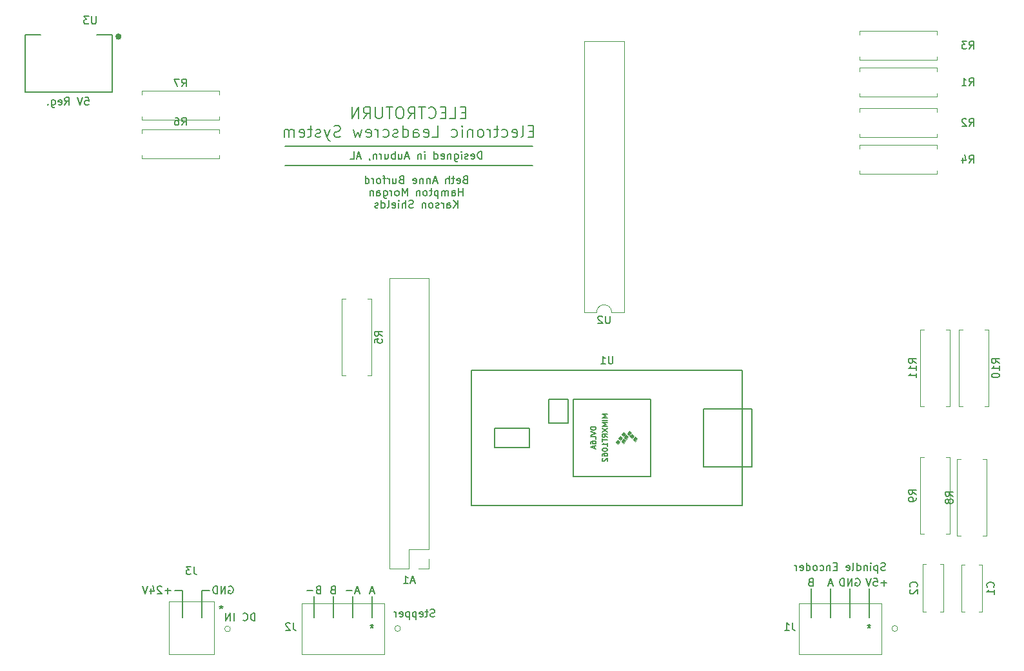
<source format=gbo>
%TF.GenerationSoftware,KiCad,Pcbnew,6.0.4-6f826c9f35~116~ubuntu20.04.1*%
%TF.CreationDate,2022-04-05T18:25:49-05:00*%
%TF.ProjectId,Electroturn,456c6563-7472-46f7-9475-726e2e6b6963,rev?*%
%TF.SameCoordinates,Original*%
%TF.FileFunction,Legend,Bot*%
%TF.FilePolarity,Positive*%
%FSLAX46Y46*%
G04 Gerber Fmt 4.6, Leading zero omitted, Abs format (unit mm)*
G04 Created by KiCad (PCBNEW 6.0.4-6f826c9f35~116~ubuntu20.04.1) date 2022-04-05 18:25:49*
%MOMM*%
%LPD*%
G01*
G04 APERTURE LIST*
%ADD10C,0.150000*%
%ADD11C,0.120000*%
%ADD12C,0.127000*%
%ADD13C,0.400000*%
%ADD14C,0.100000*%
G04 APERTURE END LIST*
D10*
X136428952Y-53182571D02*
X136286095Y-53230190D01*
X136238476Y-53277809D01*
X136190857Y-53373047D01*
X136190857Y-53515904D01*
X136238476Y-53611142D01*
X136286095Y-53658761D01*
X136381333Y-53706380D01*
X136762285Y-53706380D01*
X136762285Y-52706380D01*
X136428952Y-52706380D01*
X136333714Y-52754000D01*
X136286095Y-52801619D01*
X136238476Y-52896857D01*
X136238476Y-52992095D01*
X136286095Y-53087333D01*
X136333714Y-53134952D01*
X136428952Y-53182571D01*
X136762285Y-53182571D01*
X135381333Y-53658761D02*
X135476571Y-53706380D01*
X135667047Y-53706380D01*
X135762285Y-53658761D01*
X135809904Y-53563523D01*
X135809904Y-53182571D01*
X135762285Y-53087333D01*
X135667047Y-53039714D01*
X135476571Y-53039714D01*
X135381333Y-53087333D01*
X135333714Y-53182571D01*
X135333714Y-53277809D01*
X135809904Y-53373047D01*
X135048000Y-53039714D02*
X134667047Y-53039714D01*
X134905142Y-52706380D02*
X134905142Y-53563523D01*
X134857523Y-53658761D01*
X134762285Y-53706380D01*
X134667047Y-53706380D01*
X134333714Y-53706380D02*
X134333714Y-52706380D01*
X133905142Y-53706380D02*
X133905142Y-53182571D01*
X133952761Y-53087333D01*
X134048000Y-53039714D01*
X134190857Y-53039714D01*
X134286095Y-53087333D01*
X134333714Y-53134952D01*
X132714666Y-53420666D02*
X132238476Y-53420666D01*
X132809904Y-53706380D02*
X132476571Y-52706380D01*
X132143238Y-53706380D01*
X131809904Y-53039714D02*
X131809904Y-53706380D01*
X131809904Y-53134952D02*
X131762285Y-53087333D01*
X131667047Y-53039714D01*
X131524190Y-53039714D01*
X131428952Y-53087333D01*
X131381333Y-53182571D01*
X131381333Y-53706380D01*
X130905142Y-53039714D02*
X130905142Y-53706380D01*
X130905142Y-53134952D02*
X130857523Y-53087333D01*
X130762285Y-53039714D01*
X130619428Y-53039714D01*
X130524190Y-53087333D01*
X130476571Y-53182571D01*
X130476571Y-53706380D01*
X129619428Y-53658761D02*
X129714666Y-53706380D01*
X129905142Y-53706380D01*
X130000380Y-53658761D01*
X130048000Y-53563523D01*
X130048000Y-53182571D01*
X130000380Y-53087333D01*
X129905142Y-53039714D01*
X129714666Y-53039714D01*
X129619428Y-53087333D01*
X129571809Y-53182571D01*
X129571809Y-53277809D01*
X130048000Y-53373047D01*
X128048000Y-53182571D02*
X127905142Y-53230190D01*
X127857523Y-53277809D01*
X127809904Y-53373047D01*
X127809904Y-53515904D01*
X127857523Y-53611142D01*
X127905142Y-53658761D01*
X128000380Y-53706380D01*
X128381333Y-53706380D01*
X128381333Y-52706380D01*
X128048000Y-52706380D01*
X127952761Y-52754000D01*
X127905142Y-52801619D01*
X127857523Y-52896857D01*
X127857523Y-52992095D01*
X127905142Y-53087333D01*
X127952761Y-53134952D01*
X128048000Y-53182571D01*
X128381333Y-53182571D01*
X126952761Y-53039714D02*
X126952761Y-53706380D01*
X127381333Y-53039714D02*
X127381333Y-53563523D01*
X127333714Y-53658761D01*
X127238476Y-53706380D01*
X127095619Y-53706380D01*
X127000380Y-53658761D01*
X126952761Y-53611142D01*
X126476571Y-53706380D02*
X126476571Y-53039714D01*
X126476571Y-53230190D02*
X126428952Y-53134952D01*
X126381333Y-53087333D01*
X126286095Y-53039714D01*
X126190857Y-53039714D01*
X126000380Y-53039714D02*
X125619428Y-53039714D01*
X125857523Y-53706380D02*
X125857523Y-52849238D01*
X125809904Y-52754000D01*
X125714666Y-52706380D01*
X125619428Y-52706380D01*
X125143238Y-53706380D02*
X125238476Y-53658761D01*
X125286095Y-53611142D01*
X125333714Y-53515904D01*
X125333714Y-53230190D01*
X125286095Y-53134952D01*
X125238476Y-53087333D01*
X125143238Y-53039714D01*
X125000380Y-53039714D01*
X124905142Y-53087333D01*
X124857523Y-53134952D01*
X124809904Y-53230190D01*
X124809904Y-53515904D01*
X124857523Y-53611142D01*
X124905142Y-53658761D01*
X125000380Y-53706380D01*
X125143238Y-53706380D01*
X124381333Y-53706380D02*
X124381333Y-53039714D01*
X124381333Y-53230190D02*
X124333714Y-53134952D01*
X124286095Y-53087333D01*
X124190857Y-53039714D01*
X124095619Y-53039714D01*
X123333714Y-53706380D02*
X123333714Y-52706380D01*
X123333714Y-53658761D02*
X123428952Y-53706380D01*
X123619428Y-53706380D01*
X123714666Y-53658761D01*
X123762285Y-53611142D01*
X123809904Y-53515904D01*
X123809904Y-53230190D01*
X123762285Y-53134952D01*
X123714666Y-53087333D01*
X123619428Y-53039714D01*
X123428952Y-53039714D01*
X123333714Y-53087333D01*
X136167047Y-55316380D02*
X136167047Y-54316380D01*
X136167047Y-54792571D02*
X135595619Y-54792571D01*
X135595619Y-55316380D02*
X135595619Y-54316380D01*
X134690857Y-55316380D02*
X134690857Y-54792571D01*
X134738476Y-54697333D01*
X134833714Y-54649714D01*
X135024190Y-54649714D01*
X135119428Y-54697333D01*
X134690857Y-55268761D02*
X134786095Y-55316380D01*
X135024190Y-55316380D01*
X135119428Y-55268761D01*
X135167047Y-55173523D01*
X135167047Y-55078285D01*
X135119428Y-54983047D01*
X135024190Y-54935428D01*
X134786095Y-54935428D01*
X134690857Y-54887809D01*
X134214666Y-55316380D02*
X134214666Y-54649714D01*
X134214666Y-54744952D02*
X134167047Y-54697333D01*
X134071809Y-54649714D01*
X133928952Y-54649714D01*
X133833714Y-54697333D01*
X133786095Y-54792571D01*
X133786095Y-55316380D01*
X133786095Y-54792571D02*
X133738476Y-54697333D01*
X133643238Y-54649714D01*
X133500380Y-54649714D01*
X133405142Y-54697333D01*
X133357523Y-54792571D01*
X133357523Y-55316380D01*
X132881333Y-54649714D02*
X132881333Y-55649714D01*
X132881333Y-54697333D02*
X132786095Y-54649714D01*
X132595619Y-54649714D01*
X132500380Y-54697333D01*
X132452761Y-54744952D01*
X132405142Y-54840190D01*
X132405142Y-55125904D01*
X132452761Y-55221142D01*
X132500380Y-55268761D01*
X132595619Y-55316380D01*
X132786095Y-55316380D01*
X132881333Y-55268761D01*
X132119428Y-54649714D02*
X131738476Y-54649714D01*
X131976571Y-54316380D02*
X131976571Y-55173523D01*
X131928952Y-55268761D01*
X131833714Y-55316380D01*
X131738476Y-55316380D01*
X131262285Y-55316380D02*
X131357523Y-55268761D01*
X131405142Y-55221142D01*
X131452761Y-55125904D01*
X131452761Y-54840190D01*
X131405142Y-54744952D01*
X131357523Y-54697333D01*
X131262285Y-54649714D01*
X131119428Y-54649714D01*
X131024190Y-54697333D01*
X130976571Y-54744952D01*
X130928952Y-54840190D01*
X130928952Y-55125904D01*
X130976571Y-55221142D01*
X131024190Y-55268761D01*
X131119428Y-55316380D01*
X131262285Y-55316380D01*
X130500380Y-54649714D02*
X130500380Y-55316380D01*
X130500380Y-54744952D02*
X130452761Y-54697333D01*
X130357523Y-54649714D01*
X130214666Y-54649714D01*
X130119428Y-54697333D01*
X130071809Y-54792571D01*
X130071809Y-55316380D01*
X128833714Y-55316380D02*
X128833714Y-54316380D01*
X128500380Y-55030666D01*
X128167047Y-54316380D01*
X128167047Y-55316380D01*
X127548000Y-55316380D02*
X127643238Y-55268761D01*
X127690857Y-55221142D01*
X127738476Y-55125904D01*
X127738476Y-54840190D01*
X127690857Y-54744952D01*
X127643238Y-54697333D01*
X127548000Y-54649714D01*
X127405142Y-54649714D01*
X127309904Y-54697333D01*
X127262285Y-54744952D01*
X127214666Y-54840190D01*
X127214666Y-55125904D01*
X127262285Y-55221142D01*
X127309904Y-55268761D01*
X127405142Y-55316380D01*
X127548000Y-55316380D01*
X126786095Y-55316380D02*
X126786095Y-54649714D01*
X126786095Y-54840190D02*
X126738476Y-54744952D01*
X126690857Y-54697333D01*
X126595619Y-54649714D01*
X126500380Y-54649714D01*
X125738476Y-54649714D02*
X125738476Y-55459238D01*
X125786095Y-55554476D01*
X125833714Y-55602095D01*
X125928952Y-55649714D01*
X126071809Y-55649714D01*
X126167047Y-55602095D01*
X125738476Y-55268761D02*
X125833714Y-55316380D01*
X126024190Y-55316380D01*
X126119428Y-55268761D01*
X126167047Y-55221142D01*
X126214666Y-55125904D01*
X126214666Y-54840190D01*
X126167047Y-54744952D01*
X126119428Y-54697333D01*
X126024190Y-54649714D01*
X125833714Y-54649714D01*
X125738476Y-54697333D01*
X124833714Y-55316380D02*
X124833714Y-54792571D01*
X124881333Y-54697333D01*
X124976571Y-54649714D01*
X125167047Y-54649714D01*
X125262285Y-54697333D01*
X124833714Y-55268761D02*
X124928952Y-55316380D01*
X125167047Y-55316380D01*
X125262285Y-55268761D01*
X125309904Y-55173523D01*
X125309904Y-55078285D01*
X125262285Y-54983047D01*
X125167047Y-54935428D01*
X124928952Y-54935428D01*
X124833714Y-54887809D01*
X124357523Y-54649714D02*
X124357523Y-55316380D01*
X124357523Y-54744952D02*
X124309904Y-54697333D01*
X124214666Y-54649714D01*
X124071809Y-54649714D01*
X123976571Y-54697333D01*
X123928952Y-54792571D01*
X123928952Y-55316380D01*
X135476571Y-56926380D02*
X135476571Y-55926380D01*
X134905142Y-56926380D02*
X135333714Y-56354952D01*
X134905142Y-55926380D02*
X135476571Y-56497809D01*
X134048000Y-56926380D02*
X134048000Y-56402571D01*
X134095619Y-56307333D01*
X134190857Y-56259714D01*
X134381333Y-56259714D01*
X134476571Y-56307333D01*
X134048000Y-56878761D02*
X134143238Y-56926380D01*
X134381333Y-56926380D01*
X134476571Y-56878761D01*
X134524190Y-56783523D01*
X134524190Y-56688285D01*
X134476571Y-56593047D01*
X134381333Y-56545428D01*
X134143238Y-56545428D01*
X134048000Y-56497809D01*
X133571809Y-56926380D02*
X133571809Y-56259714D01*
X133571809Y-56450190D02*
X133524190Y-56354952D01*
X133476571Y-56307333D01*
X133381333Y-56259714D01*
X133286095Y-56259714D01*
X133000380Y-56878761D02*
X132905142Y-56926380D01*
X132714666Y-56926380D01*
X132619428Y-56878761D01*
X132571809Y-56783523D01*
X132571809Y-56735904D01*
X132619428Y-56640666D01*
X132714666Y-56593047D01*
X132857523Y-56593047D01*
X132952761Y-56545428D01*
X133000380Y-56450190D01*
X133000380Y-56402571D01*
X132952761Y-56307333D01*
X132857523Y-56259714D01*
X132714666Y-56259714D01*
X132619428Y-56307333D01*
X132000380Y-56926380D02*
X132095619Y-56878761D01*
X132143238Y-56831142D01*
X132190857Y-56735904D01*
X132190857Y-56450190D01*
X132143238Y-56354952D01*
X132095619Y-56307333D01*
X132000380Y-56259714D01*
X131857523Y-56259714D01*
X131762285Y-56307333D01*
X131714666Y-56354952D01*
X131667047Y-56450190D01*
X131667047Y-56735904D01*
X131714666Y-56831142D01*
X131762285Y-56878761D01*
X131857523Y-56926380D01*
X132000380Y-56926380D01*
X131238476Y-56259714D02*
X131238476Y-56926380D01*
X131238476Y-56354952D02*
X131190857Y-56307333D01*
X131095619Y-56259714D01*
X130952761Y-56259714D01*
X130857523Y-56307333D01*
X130809904Y-56402571D01*
X130809904Y-56926380D01*
X129619428Y-56878761D02*
X129476571Y-56926380D01*
X129238476Y-56926380D01*
X129143238Y-56878761D01*
X129095619Y-56831142D01*
X129048000Y-56735904D01*
X129048000Y-56640666D01*
X129095619Y-56545428D01*
X129143238Y-56497809D01*
X129238476Y-56450190D01*
X129428952Y-56402571D01*
X129524190Y-56354952D01*
X129571809Y-56307333D01*
X129619428Y-56212095D01*
X129619428Y-56116857D01*
X129571809Y-56021619D01*
X129524190Y-55974000D01*
X129428952Y-55926380D01*
X129190857Y-55926380D01*
X129048000Y-55974000D01*
X128619428Y-56926380D02*
X128619428Y-55926380D01*
X128190857Y-56926380D02*
X128190857Y-56402571D01*
X128238476Y-56307333D01*
X128333714Y-56259714D01*
X128476571Y-56259714D01*
X128571809Y-56307333D01*
X128619428Y-56354952D01*
X127714666Y-56926380D02*
X127714666Y-56259714D01*
X127714666Y-55926380D02*
X127762285Y-55974000D01*
X127714666Y-56021619D01*
X127667047Y-55974000D01*
X127714666Y-55926380D01*
X127714666Y-56021619D01*
X126857523Y-56878761D02*
X126952761Y-56926380D01*
X127143238Y-56926380D01*
X127238476Y-56878761D01*
X127286095Y-56783523D01*
X127286095Y-56402571D01*
X127238476Y-56307333D01*
X127143238Y-56259714D01*
X126952761Y-56259714D01*
X126857523Y-56307333D01*
X126809904Y-56402571D01*
X126809904Y-56497809D01*
X127286095Y-56593047D01*
X126238476Y-56926380D02*
X126333714Y-56878761D01*
X126381333Y-56783523D01*
X126381333Y-55926380D01*
X125428952Y-56926380D02*
X125428952Y-55926380D01*
X125428952Y-56878761D02*
X125524190Y-56926380D01*
X125714666Y-56926380D01*
X125809904Y-56878761D01*
X125857523Y-56831142D01*
X125905142Y-56735904D01*
X125905142Y-56450190D01*
X125857523Y-56354952D01*
X125809904Y-56307333D01*
X125714666Y-56259714D01*
X125524190Y-56259714D01*
X125428952Y-56307333D01*
X125000380Y-56878761D02*
X124905142Y-56926380D01*
X124714666Y-56926380D01*
X124619428Y-56878761D01*
X124571809Y-56783523D01*
X124571809Y-56735904D01*
X124619428Y-56640666D01*
X124714666Y-56593047D01*
X124857523Y-56593047D01*
X124952761Y-56545428D01*
X125000380Y-56450190D01*
X125000380Y-56402571D01*
X124952761Y-56307333D01*
X124857523Y-56259714D01*
X124714666Y-56259714D01*
X124619428Y-56307333D01*
X145288000Y-51308000D02*
X112776000Y-51308000D01*
X138619428Y-50490380D02*
X138619428Y-49490380D01*
X138381333Y-49490380D01*
X138238476Y-49538000D01*
X138143238Y-49633238D01*
X138095619Y-49728476D01*
X138048000Y-49918952D01*
X138048000Y-50061809D01*
X138095619Y-50252285D01*
X138143238Y-50347523D01*
X138238476Y-50442761D01*
X138381333Y-50490380D01*
X138619428Y-50490380D01*
X137238476Y-50442761D02*
X137333714Y-50490380D01*
X137524190Y-50490380D01*
X137619428Y-50442761D01*
X137667047Y-50347523D01*
X137667047Y-49966571D01*
X137619428Y-49871333D01*
X137524190Y-49823714D01*
X137333714Y-49823714D01*
X137238476Y-49871333D01*
X137190857Y-49966571D01*
X137190857Y-50061809D01*
X137667047Y-50157047D01*
X136809904Y-50442761D02*
X136714666Y-50490380D01*
X136524190Y-50490380D01*
X136428952Y-50442761D01*
X136381333Y-50347523D01*
X136381333Y-50299904D01*
X136428952Y-50204666D01*
X136524190Y-50157047D01*
X136667047Y-50157047D01*
X136762285Y-50109428D01*
X136809904Y-50014190D01*
X136809904Y-49966571D01*
X136762285Y-49871333D01*
X136667047Y-49823714D01*
X136524190Y-49823714D01*
X136428952Y-49871333D01*
X135952761Y-50490380D02*
X135952761Y-49823714D01*
X135952761Y-49490380D02*
X136000380Y-49538000D01*
X135952761Y-49585619D01*
X135905142Y-49538000D01*
X135952761Y-49490380D01*
X135952761Y-49585619D01*
X135048000Y-49823714D02*
X135048000Y-50633238D01*
X135095619Y-50728476D01*
X135143238Y-50776095D01*
X135238476Y-50823714D01*
X135381333Y-50823714D01*
X135476571Y-50776095D01*
X135048000Y-50442761D02*
X135143238Y-50490380D01*
X135333714Y-50490380D01*
X135428952Y-50442761D01*
X135476571Y-50395142D01*
X135524190Y-50299904D01*
X135524190Y-50014190D01*
X135476571Y-49918952D01*
X135428952Y-49871333D01*
X135333714Y-49823714D01*
X135143238Y-49823714D01*
X135048000Y-49871333D01*
X134571809Y-49823714D02*
X134571809Y-50490380D01*
X134571809Y-49918952D02*
X134524190Y-49871333D01*
X134428952Y-49823714D01*
X134286095Y-49823714D01*
X134190857Y-49871333D01*
X134143238Y-49966571D01*
X134143238Y-50490380D01*
X133286095Y-50442761D02*
X133381333Y-50490380D01*
X133571809Y-50490380D01*
X133667047Y-50442761D01*
X133714666Y-50347523D01*
X133714666Y-49966571D01*
X133667047Y-49871333D01*
X133571809Y-49823714D01*
X133381333Y-49823714D01*
X133286095Y-49871333D01*
X133238476Y-49966571D01*
X133238476Y-50061809D01*
X133714666Y-50157047D01*
X132381333Y-50490380D02*
X132381333Y-49490380D01*
X132381333Y-50442761D02*
X132476571Y-50490380D01*
X132667047Y-50490380D01*
X132762285Y-50442761D01*
X132809904Y-50395142D01*
X132857523Y-50299904D01*
X132857523Y-50014190D01*
X132809904Y-49918952D01*
X132762285Y-49871333D01*
X132667047Y-49823714D01*
X132476571Y-49823714D01*
X132381333Y-49871333D01*
X131143238Y-50490380D02*
X131143238Y-49823714D01*
X131143238Y-49490380D02*
X131190857Y-49538000D01*
X131143238Y-49585619D01*
X131095619Y-49538000D01*
X131143238Y-49490380D01*
X131143238Y-49585619D01*
X130667047Y-49823714D02*
X130667047Y-50490380D01*
X130667047Y-49918952D02*
X130619428Y-49871333D01*
X130524190Y-49823714D01*
X130381333Y-49823714D01*
X130286095Y-49871333D01*
X130238476Y-49966571D01*
X130238476Y-50490380D01*
X129048000Y-50204666D02*
X128571809Y-50204666D01*
X129143238Y-50490380D02*
X128809904Y-49490380D01*
X128476571Y-50490380D01*
X127714666Y-49823714D02*
X127714666Y-50490380D01*
X128143238Y-49823714D02*
X128143238Y-50347523D01*
X128095619Y-50442761D01*
X128000380Y-50490380D01*
X127857523Y-50490380D01*
X127762285Y-50442761D01*
X127714666Y-50395142D01*
X127238476Y-50490380D02*
X127238476Y-49490380D01*
X127238476Y-49871333D02*
X127143238Y-49823714D01*
X126952761Y-49823714D01*
X126857523Y-49871333D01*
X126809904Y-49918952D01*
X126762285Y-50014190D01*
X126762285Y-50299904D01*
X126809904Y-50395142D01*
X126857523Y-50442761D01*
X126952761Y-50490380D01*
X127143238Y-50490380D01*
X127238476Y-50442761D01*
X125905142Y-49823714D02*
X125905142Y-50490380D01*
X126333714Y-49823714D02*
X126333714Y-50347523D01*
X126286095Y-50442761D01*
X126190857Y-50490380D01*
X126048000Y-50490380D01*
X125952761Y-50442761D01*
X125905142Y-50395142D01*
X125428952Y-50490380D02*
X125428952Y-49823714D01*
X125428952Y-50014190D02*
X125381333Y-49918952D01*
X125333714Y-49871333D01*
X125238476Y-49823714D01*
X125143238Y-49823714D01*
X124809904Y-49823714D02*
X124809904Y-50490380D01*
X124809904Y-49918952D02*
X124762285Y-49871333D01*
X124667047Y-49823714D01*
X124524190Y-49823714D01*
X124428952Y-49871333D01*
X124381333Y-49966571D01*
X124381333Y-50490380D01*
X123857523Y-50442761D02*
X123857523Y-50490380D01*
X123905142Y-50585619D01*
X123952761Y-50633238D01*
X122714666Y-50204666D02*
X122238476Y-50204666D01*
X122809904Y-50490380D02*
X122476571Y-49490380D01*
X122143238Y-50490380D01*
X121333714Y-50490380D02*
X121809904Y-50490380D01*
X121809904Y-49490380D01*
X145288000Y-48768000D02*
X112776000Y-48768000D01*
X136506857Y-44384322D02*
X135998857Y-44384322D01*
X135781142Y-45182608D02*
X136506857Y-45182608D01*
X136506857Y-43658608D01*
X135781142Y-43658608D01*
X134402285Y-45182608D02*
X135128000Y-45182608D01*
X135128000Y-43658608D01*
X133894285Y-44384322D02*
X133386285Y-44384322D01*
X133168571Y-45182608D02*
X133894285Y-45182608D01*
X133894285Y-43658608D01*
X133168571Y-43658608D01*
X131644571Y-45037465D02*
X131717142Y-45110037D01*
X131934857Y-45182608D01*
X132080000Y-45182608D01*
X132297714Y-45110037D01*
X132442857Y-44964894D01*
X132515428Y-44819751D01*
X132588000Y-44529465D01*
X132588000Y-44311751D01*
X132515428Y-44021465D01*
X132442857Y-43876322D01*
X132297714Y-43731180D01*
X132080000Y-43658608D01*
X131934857Y-43658608D01*
X131717142Y-43731180D01*
X131644571Y-43803751D01*
X131209142Y-43658608D02*
X130338285Y-43658608D01*
X130773714Y-45182608D02*
X130773714Y-43658608D01*
X128959428Y-45182608D02*
X129467428Y-44456894D01*
X129830285Y-45182608D02*
X129830285Y-43658608D01*
X129249714Y-43658608D01*
X129104571Y-43731180D01*
X129032000Y-43803751D01*
X128959428Y-43948894D01*
X128959428Y-44166608D01*
X129032000Y-44311751D01*
X129104571Y-44384322D01*
X129249714Y-44456894D01*
X129830285Y-44456894D01*
X128016000Y-43658608D02*
X127725714Y-43658608D01*
X127580571Y-43731180D01*
X127435428Y-43876322D01*
X127362857Y-44166608D01*
X127362857Y-44674608D01*
X127435428Y-44964894D01*
X127580571Y-45110037D01*
X127725714Y-45182608D01*
X128016000Y-45182608D01*
X128161142Y-45110037D01*
X128306285Y-44964894D01*
X128378857Y-44674608D01*
X128378857Y-44166608D01*
X128306285Y-43876322D01*
X128161142Y-43731180D01*
X128016000Y-43658608D01*
X126927428Y-43658608D02*
X126056571Y-43658608D01*
X126492000Y-45182608D02*
X126492000Y-43658608D01*
X125548571Y-43658608D02*
X125548571Y-44892322D01*
X125476000Y-45037465D01*
X125403428Y-45110037D01*
X125258285Y-45182608D01*
X124968000Y-45182608D01*
X124822857Y-45110037D01*
X124750285Y-45037465D01*
X124677714Y-44892322D01*
X124677714Y-43658608D01*
X123081142Y-45182608D02*
X123589142Y-44456894D01*
X123952000Y-45182608D02*
X123952000Y-43658608D01*
X123371428Y-43658608D01*
X123226285Y-43731180D01*
X123153714Y-43803751D01*
X123081142Y-43948894D01*
X123081142Y-44166608D01*
X123153714Y-44311751D01*
X123226285Y-44384322D01*
X123371428Y-44456894D01*
X123952000Y-44456894D01*
X122428000Y-45182608D02*
X122428000Y-43658608D01*
X121557142Y-45182608D01*
X121557142Y-43658608D01*
X145396857Y-46837962D02*
X144888857Y-46837962D01*
X144671142Y-47636248D02*
X145396857Y-47636248D01*
X145396857Y-46112248D01*
X144671142Y-46112248D01*
X143800285Y-47636248D02*
X143945428Y-47563677D01*
X144018000Y-47418534D01*
X144018000Y-46112248D01*
X142639142Y-47563677D02*
X142784285Y-47636248D01*
X143074571Y-47636248D01*
X143219714Y-47563677D01*
X143292285Y-47418534D01*
X143292285Y-46837962D01*
X143219714Y-46692820D01*
X143074571Y-46620248D01*
X142784285Y-46620248D01*
X142639142Y-46692820D01*
X142566571Y-46837962D01*
X142566571Y-46983105D01*
X143292285Y-47128248D01*
X141260285Y-47563677D02*
X141405428Y-47636248D01*
X141695714Y-47636248D01*
X141840857Y-47563677D01*
X141913428Y-47491105D01*
X141986000Y-47345962D01*
X141986000Y-46910534D01*
X141913428Y-46765391D01*
X141840857Y-46692820D01*
X141695714Y-46620248D01*
X141405428Y-46620248D01*
X141260285Y-46692820D01*
X140824857Y-46620248D02*
X140244285Y-46620248D01*
X140607142Y-46112248D02*
X140607142Y-47418534D01*
X140534571Y-47563677D01*
X140389428Y-47636248D01*
X140244285Y-47636248D01*
X139736285Y-47636248D02*
X139736285Y-46620248D01*
X139736285Y-46910534D02*
X139663714Y-46765391D01*
X139591142Y-46692820D01*
X139446000Y-46620248D01*
X139300857Y-46620248D01*
X138575142Y-47636248D02*
X138720285Y-47563677D01*
X138792857Y-47491105D01*
X138865428Y-47345962D01*
X138865428Y-46910534D01*
X138792857Y-46765391D01*
X138720285Y-46692820D01*
X138575142Y-46620248D01*
X138357428Y-46620248D01*
X138212285Y-46692820D01*
X138139714Y-46765391D01*
X138067142Y-46910534D01*
X138067142Y-47345962D01*
X138139714Y-47491105D01*
X138212285Y-47563677D01*
X138357428Y-47636248D01*
X138575142Y-47636248D01*
X137414000Y-46620248D02*
X137414000Y-47636248D01*
X137414000Y-46765391D02*
X137341428Y-46692820D01*
X137196285Y-46620248D01*
X136978571Y-46620248D01*
X136833428Y-46692820D01*
X136760857Y-46837962D01*
X136760857Y-47636248D01*
X136035142Y-47636248D02*
X136035142Y-46620248D01*
X136035142Y-46112248D02*
X136107714Y-46184820D01*
X136035142Y-46257391D01*
X135962571Y-46184820D01*
X136035142Y-46112248D01*
X136035142Y-46257391D01*
X134656285Y-47563677D02*
X134801428Y-47636248D01*
X135091714Y-47636248D01*
X135236857Y-47563677D01*
X135309428Y-47491105D01*
X135382000Y-47345962D01*
X135382000Y-46910534D01*
X135309428Y-46765391D01*
X135236857Y-46692820D01*
X135091714Y-46620248D01*
X134801428Y-46620248D01*
X134656285Y-46692820D01*
X132116285Y-47636248D02*
X132842000Y-47636248D01*
X132842000Y-46112248D01*
X131027714Y-47563677D02*
X131172857Y-47636248D01*
X131463142Y-47636248D01*
X131608285Y-47563677D01*
X131680857Y-47418534D01*
X131680857Y-46837962D01*
X131608285Y-46692820D01*
X131463142Y-46620248D01*
X131172857Y-46620248D01*
X131027714Y-46692820D01*
X130955142Y-46837962D01*
X130955142Y-46983105D01*
X131680857Y-47128248D01*
X129648857Y-47636248D02*
X129648857Y-46837962D01*
X129721428Y-46692820D01*
X129866571Y-46620248D01*
X130156857Y-46620248D01*
X130302000Y-46692820D01*
X129648857Y-47563677D02*
X129794000Y-47636248D01*
X130156857Y-47636248D01*
X130302000Y-47563677D01*
X130374571Y-47418534D01*
X130374571Y-47273391D01*
X130302000Y-47128248D01*
X130156857Y-47055677D01*
X129794000Y-47055677D01*
X129648857Y-46983105D01*
X128270000Y-47636248D02*
X128270000Y-46112248D01*
X128270000Y-47563677D02*
X128415142Y-47636248D01*
X128705428Y-47636248D01*
X128850571Y-47563677D01*
X128923142Y-47491105D01*
X128995714Y-47345962D01*
X128995714Y-46910534D01*
X128923142Y-46765391D01*
X128850571Y-46692820D01*
X128705428Y-46620248D01*
X128415142Y-46620248D01*
X128270000Y-46692820D01*
X127616857Y-47563677D02*
X127471714Y-47636248D01*
X127181428Y-47636248D01*
X127036285Y-47563677D01*
X126963714Y-47418534D01*
X126963714Y-47345962D01*
X127036285Y-47200820D01*
X127181428Y-47128248D01*
X127399142Y-47128248D01*
X127544285Y-47055677D01*
X127616857Y-46910534D01*
X127616857Y-46837962D01*
X127544285Y-46692820D01*
X127399142Y-46620248D01*
X127181428Y-46620248D01*
X127036285Y-46692820D01*
X125657428Y-47563677D02*
X125802571Y-47636248D01*
X126092857Y-47636248D01*
X126238000Y-47563677D01*
X126310571Y-47491105D01*
X126383142Y-47345962D01*
X126383142Y-46910534D01*
X126310571Y-46765391D01*
X126238000Y-46692820D01*
X126092857Y-46620248D01*
X125802571Y-46620248D01*
X125657428Y-46692820D01*
X125004285Y-47636248D02*
X125004285Y-46620248D01*
X125004285Y-46910534D02*
X124931714Y-46765391D01*
X124859142Y-46692820D01*
X124714000Y-46620248D01*
X124568857Y-46620248D01*
X123480285Y-47563677D02*
X123625428Y-47636248D01*
X123915714Y-47636248D01*
X124060857Y-47563677D01*
X124133428Y-47418534D01*
X124133428Y-46837962D01*
X124060857Y-46692820D01*
X123915714Y-46620248D01*
X123625428Y-46620248D01*
X123480285Y-46692820D01*
X123407714Y-46837962D01*
X123407714Y-46983105D01*
X124133428Y-47128248D01*
X122899714Y-46620248D02*
X122609428Y-47636248D01*
X122319142Y-46910534D01*
X122028857Y-47636248D01*
X121738571Y-46620248D01*
X120069428Y-47563677D02*
X119851714Y-47636248D01*
X119488857Y-47636248D01*
X119343714Y-47563677D01*
X119271142Y-47491105D01*
X119198571Y-47345962D01*
X119198571Y-47200820D01*
X119271142Y-47055677D01*
X119343714Y-46983105D01*
X119488857Y-46910534D01*
X119779142Y-46837962D01*
X119924285Y-46765391D01*
X119996857Y-46692820D01*
X120069428Y-46547677D01*
X120069428Y-46402534D01*
X119996857Y-46257391D01*
X119924285Y-46184820D01*
X119779142Y-46112248D01*
X119416285Y-46112248D01*
X119198571Y-46184820D01*
X118690571Y-46620248D02*
X118327714Y-47636248D01*
X117964857Y-46620248D02*
X118327714Y-47636248D01*
X118472857Y-47999105D01*
X118545428Y-48071677D01*
X118690571Y-48144248D01*
X117456857Y-47563677D02*
X117311714Y-47636248D01*
X117021428Y-47636248D01*
X116876285Y-47563677D01*
X116803714Y-47418534D01*
X116803714Y-47345962D01*
X116876285Y-47200820D01*
X117021428Y-47128248D01*
X117239142Y-47128248D01*
X117384285Y-47055677D01*
X117456857Y-46910534D01*
X117456857Y-46837962D01*
X117384285Y-46692820D01*
X117239142Y-46620248D01*
X117021428Y-46620248D01*
X116876285Y-46692820D01*
X116368285Y-46620248D02*
X115787714Y-46620248D01*
X116150571Y-46112248D02*
X116150571Y-47418534D01*
X116078000Y-47563677D01*
X115932857Y-47636248D01*
X115787714Y-47636248D01*
X114699142Y-47563677D02*
X114844285Y-47636248D01*
X115134571Y-47636248D01*
X115279714Y-47563677D01*
X115352285Y-47418534D01*
X115352285Y-46837962D01*
X115279714Y-46692820D01*
X115134571Y-46620248D01*
X114844285Y-46620248D01*
X114699142Y-46692820D01*
X114626571Y-46837962D01*
X114626571Y-46983105D01*
X115352285Y-47128248D01*
X113973428Y-47636248D02*
X113973428Y-46620248D01*
X113973428Y-46765391D02*
X113900857Y-46692820D01*
X113755714Y-46620248D01*
X113538000Y-46620248D01*
X113392857Y-46692820D01*
X113320285Y-46837962D01*
X113320285Y-47636248D01*
X113320285Y-46837962D02*
X113247714Y-46692820D01*
X113102571Y-46620248D01*
X112884857Y-46620248D01*
X112739714Y-46692820D01*
X112667142Y-46837962D01*
X112667142Y-47636248D01*
X86518476Y-42378380D02*
X86994666Y-42378380D01*
X87042285Y-42854571D01*
X86994666Y-42806952D01*
X86899428Y-42759333D01*
X86661333Y-42759333D01*
X86566095Y-42806952D01*
X86518476Y-42854571D01*
X86470857Y-42949809D01*
X86470857Y-43187904D01*
X86518476Y-43283142D01*
X86566095Y-43330761D01*
X86661333Y-43378380D01*
X86899428Y-43378380D01*
X86994666Y-43330761D01*
X87042285Y-43283142D01*
X86185142Y-42378380D02*
X85851809Y-43378380D01*
X85518476Y-42378380D01*
X83851809Y-43378380D02*
X84185142Y-42902190D01*
X84423238Y-43378380D02*
X84423238Y-42378380D01*
X84042285Y-42378380D01*
X83947047Y-42426000D01*
X83899428Y-42473619D01*
X83851809Y-42568857D01*
X83851809Y-42711714D01*
X83899428Y-42806952D01*
X83947047Y-42854571D01*
X84042285Y-42902190D01*
X84423238Y-42902190D01*
X83042285Y-43330761D02*
X83137523Y-43378380D01*
X83328000Y-43378380D01*
X83423238Y-43330761D01*
X83470857Y-43235523D01*
X83470857Y-42854571D01*
X83423238Y-42759333D01*
X83328000Y-42711714D01*
X83137523Y-42711714D01*
X83042285Y-42759333D01*
X82994666Y-42854571D01*
X82994666Y-42949809D01*
X83470857Y-43045047D01*
X82137523Y-42711714D02*
X82137523Y-43521238D01*
X82185142Y-43616476D01*
X82232761Y-43664095D01*
X82328000Y-43711714D01*
X82470857Y-43711714D01*
X82566095Y-43664095D01*
X82137523Y-43330761D02*
X82232761Y-43378380D01*
X82423238Y-43378380D01*
X82518476Y-43330761D01*
X82566095Y-43283142D01*
X82613714Y-43187904D01*
X82613714Y-42902190D01*
X82566095Y-42806952D01*
X82518476Y-42759333D01*
X82423238Y-42711714D01*
X82232761Y-42711714D01*
X82137523Y-42759333D01*
X81661333Y-43283142D02*
X81613714Y-43330761D01*
X81661333Y-43378380D01*
X81708952Y-43330761D01*
X81661333Y-43283142D01*
X81661333Y-43378380D01*
X101854000Y-107188000D02*
X102870000Y-107188000D01*
X101854000Y-110744000D02*
X101854000Y-107188000D01*
X99314000Y-107188000D02*
X98298000Y-107188000D01*
X99314000Y-110744000D02*
X99314000Y-107188000D01*
X97773904Y-107259428D02*
X97012000Y-107259428D01*
X97392952Y-107640380D02*
X97392952Y-106878476D01*
X96583428Y-106735619D02*
X96535809Y-106688000D01*
X96440571Y-106640380D01*
X96202476Y-106640380D01*
X96107238Y-106688000D01*
X96059619Y-106735619D01*
X96012000Y-106830857D01*
X96012000Y-106926095D01*
X96059619Y-107068952D01*
X96631047Y-107640380D01*
X96012000Y-107640380D01*
X95154857Y-106973714D02*
X95154857Y-107640380D01*
X95392952Y-106592761D02*
X95631047Y-107307047D01*
X95012000Y-107307047D01*
X94773904Y-106640380D02*
X94440571Y-107640380D01*
X94107238Y-106640380D01*
X105409904Y-106688000D02*
X105505142Y-106640380D01*
X105648000Y-106640380D01*
X105790857Y-106688000D01*
X105886095Y-106783238D01*
X105933714Y-106878476D01*
X105981333Y-107068952D01*
X105981333Y-107211809D01*
X105933714Y-107402285D01*
X105886095Y-107497523D01*
X105790857Y-107592761D01*
X105648000Y-107640380D01*
X105552761Y-107640380D01*
X105409904Y-107592761D01*
X105362285Y-107545142D01*
X105362285Y-107211809D01*
X105552761Y-107211809D01*
X104933714Y-107640380D02*
X104933714Y-106640380D01*
X104362285Y-107640380D01*
X104362285Y-106640380D01*
X103886095Y-107640380D02*
X103886095Y-106640380D01*
X103648000Y-106640380D01*
X103505142Y-106688000D01*
X103409904Y-106783238D01*
X103362285Y-106878476D01*
X103314666Y-107068952D01*
X103314666Y-107211809D01*
X103362285Y-107402285D01*
X103409904Y-107497523D01*
X103505142Y-107592761D01*
X103648000Y-107640380D01*
X103886095Y-107640380D01*
X108838761Y-111196380D02*
X108838761Y-110196380D01*
X108600666Y-110196380D01*
X108457809Y-110244000D01*
X108362571Y-110339238D01*
X108314952Y-110434476D01*
X108267333Y-110624952D01*
X108267333Y-110767809D01*
X108314952Y-110958285D01*
X108362571Y-111053523D01*
X108457809Y-111148761D01*
X108600666Y-111196380D01*
X108838761Y-111196380D01*
X107267333Y-111101142D02*
X107314952Y-111148761D01*
X107457809Y-111196380D01*
X107553047Y-111196380D01*
X107695904Y-111148761D01*
X107791142Y-111053523D01*
X107838761Y-110958285D01*
X107886380Y-110767809D01*
X107886380Y-110624952D01*
X107838761Y-110434476D01*
X107791142Y-110339238D01*
X107695904Y-110244000D01*
X107553047Y-110196380D01*
X107457809Y-110196380D01*
X107314952Y-110244000D01*
X107267333Y-110291619D01*
X106076857Y-111196380D02*
X106076857Y-110196380D01*
X105600666Y-111196380D02*
X105600666Y-110196380D01*
X105029238Y-111196380D01*
X105029238Y-110196380D01*
X124206000Y-110744000D02*
X124206000Y-107950000D01*
X121666000Y-110744000D02*
X121666000Y-107950000D01*
X119126000Y-110744000D02*
X119126000Y-107950000D01*
X116586000Y-110744000D02*
X116586000Y-107950000D01*
X117133619Y-107116571D02*
X116990761Y-107164190D01*
X116943142Y-107211809D01*
X116895523Y-107307047D01*
X116895523Y-107449904D01*
X116943142Y-107545142D01*
X116990761Y-107592761D01*
X117086000Y-107640380D01*
X117466952Y-107640380D01*
X117466952Y-106640380D01*
X117133619Y-106640380D01*
X117038380Y-106688000D01*
X116990761Y-106735619D01*
X116943142Y-106830857D01*
X116943142Y-106926095D01*
X116990761Y-107021333D01*
X117038380Y-107068952D01*
X117133619Y-107116571D01*
X117466952Y-107116571D01*
X116466952Y-107259428D02*
X115705047Y-107259428D01*
X119054571Y-107116571D02*
X118911714Y-107164190D01*
X118864095Y-107211809D01*
X118816476Y-107307047D01*
X118816476Y-107449904D01*
X118864095Y-107545142D01*
X118911714Y-107592761D01*
X119006952Y-107640380D01*
X119387904Y-107640380D01*
X119387904Y-106640380D01*
X119054571Y-106640380D01*
X118959333Y-106688000D01*
X118911714Y-106735619D01*
X118864095Y-106830857D01*
X118864095Y-106926095D01*
X118911714Y-107021333D01*
X118959333Y-107068952D01*
X119054571Y-107116571D01*
X119387904Y-107116571D01*
X122523142Y-107354666D02*
X122046952Y-107354666D01*
X122618380Y-107640380D02*
X122285047Y-106640380D01*
X121951714Y-107640380D01*
X121618380Y-107259428D02*
X120856476Y-107259428D01*
X124444095Y-107354666D02*
X123967904Y-107354666D01*
X124539333Y-107640380D02*
X124206000Y-106640380D01*
X123872666Y-107640380D01*
X132436857Y-110640761D02*
X132294000Y-110688380D01*
X132055904Y-110688380D01*
X131960666Y-110640761D01*
X131913047Y-110593142D01*
X131865428Y-110497904D01*
X131865428Y-110402666D01*
X131913047Y-110307428D01*
X131960666Y-110259809D01*
X132055904Y-110212190D01*
X132246380Y-110164571D01*
X132341619Y-110116952D01*
X132389238Y-110069333D01*
X132436857Y-109974095D01*
X132436857Y-109878857D01*
X132389238Y-109783619D01*
X132341619Y-109736000D01*
X132246380Y-109688380D01*
X132008285Y-109688380D01*
X131865428Y-109736000D01*
X131579714Y-110021714D02*
X131198761Y-110021714D01*
X131436857Y-109688380D02*
X131436857Y-110545523D01*
X131389238Y-110640761D01*
X131294000Y-110688380D01*
X131198761Y-110688380D01*
X130484476Y-110640761D02*
X130579714Y-110688380D01*
X130770190Y-110688380D01*
X130865428Y-110640761D01*
X130913047Y-110545523D01*
X130913047Y-110164571D01*
X130865428Y-110069333D01*
X130770190Y-110021714D01*
X130579714Y-110021714D01*
X130484476Y-110069333D01*
X130436857Y-110164571D01*
X130436857Y-110259809D01*
X130913047Y-110355047D01*
X130008285Y-110021714D02*
X130008285Y-111021714D01*
X130008285Y-110069333D02*
X129913047Y-110021714D01*
X129722571Y-110021714D01*
X129627333Y-110069333D01*
X129579714Y-110116952D01*
X129532095Y-110212190D01*
X129532095Y-110497904D01*
X129579714Y-110593142D01*
X129627333Y-110640761D01*
X129722571Y-110688380D01*
X129913047Y-110688380D01*
X130008285Y-110640761D01*
X129103523Y-110021714D02*
X129103523Y-111021714D01*
X129103523Y-110069333D02*
X129008285Y-110021714D01*
X128817809Y-110021714D01*
X128722571Y-110069333D01*
X128674952Y-110116952D01*
X128627333Y-110212190D01*
X128627333Y-110497904D01*
X128674952Y-110593142D01*
X128722571Y-110640761D01*
X128817809Y-110688380D01*
X129008285Y-110688380D01*
X129103523Y-110640761D01*
X127817809Y-110640761D02*
X127913047Y-110688380D01*
X128103523Y-110688380D01*
X128198761Y-110640761D01*
X128246380Y-110545523D01*
X128246380Y-110164571D01*
X128198761Y-110069333D01*
X128103523Y-110021714D01*
X127913047Y-110021714D01*
X127817809Y-110069333D01*
X127770190Y-110164571D01*
X127770190Y-110259809D01*
X128246380Y-110355047D01*
X127341619Y-110688380D02*
X127341619Y-110021714D01*
X127341619Y-110212190D02*
X127294000Y-110116952D01*
X127246380Y-110069333D01*
X127151142Y-110021714D01*
X127055904Y-110021714D01*
X189484000Y-110744000D02*
X189484000Y-106934000D01*
X186944000Y-106934000D02*
X186944000Y-110744000D01*
X184404000Y-106934000D02*
X184404000Y-110744000D01*
X181864000Y-106934000D02*
X181864000Y-110744000D01*
X181792571Y-106100571D02*
X181649714Y-106148190D01*
X181602095Y-106195809D01*
X181554476Y-106291047D01*
X181554476Y-106433904D01*
X181602095Y-106529142D01*
X181649714Y-106576761D01*
X181744952Y-106624380D01*
X182125904Y-106624380D01*
X182125904Y-105624380D01*
X181792571Y-105624380D01*
X181697333Y-105672000D01*
X181649714Y-105719619D01*
X181602095Y-105814857D01*
X181602095Y-105910095D01*
X181649714Y-106005333D01*
X181697333Y-106052952D01*
X181792571Y-106100571D01*
X182125904Y-106100571D01*
X184642095Y-106338666D02*
X184165904Y-106338666D01*
X184737333Y-106624380D02*
X184404000Y-105624380D01*
X184070666Y-106624380D01*
X187705904Y-105672000D02*
X187801142Y-105624380D01*
X187944000Y-105624380D01*
X188086857Y-105672000D01*
X188182095Y-105767238D01*
X188229714Y-105862476D01*
X188277333Y-106052952D01*
X188277333Y-106195809D01*
X188229714Y-106386285D01*
X188182095Y-106481523D01*
X188086857Y-106576761D01*
X187944000Y-106624380D01*
X187848761Y-106624380D01*
X187705904Y-106576761D01*
X187658285Y-106529142D01*
X187658285Y-106195809D01*
X187848761Y-106195809D01*
X187229714Y-106624380D02*
X187229714Y-105624380D01*
X186658285Y-106624380D01*
X186658285Y-105624380D01*
X186182095Y-106624380D02*
X186182095Y-105624380D01*
X185944000Y-105624380D01*
X185801142Y-105672000D01*
X185705904Y-105767238D01*
X185658285Y-105862476D01*
X185610666Y-106052952D01*
X185610666Y-106195809D01*
X185658285Y-106386285D01*
X185705904Y-106481523D01*
X185801142Y-106576761D01*
X185944000Y-106624380D01*
X186182095Y-106624380D01*
X191785714Y-106243428D02*
X191023809Y-106243428D01*
X191404761Y-106624380D02*
X191404761Y-105862476D01*
X190071428Y-105624380D02*
X190547619Y-105624380D01*
X190595238Y-106100571D01*
X190547619Y-106052952D01*
X190452380Y-106005333D01*
X190214285Y-106005333D01*
X190119047Y-106052952D01*
X190071428Y-106100571D01*
X190023809Y-106195809D01*
X190023809Y-106433904D01*
X190071428Y-106529142D01*
X190119047Y-106576761D01*
X190214285Y-106624380D01*
X190452380Y-106624380D01*
X190547619Y-106576761D01*
X190595238Y-106529142D01*
X189738095Y-105624380D02*
X189404761Y-106624380D01*
X189071428Y-105624380D01*
X191602571Y-104544761D02*
X191459714Y-104592380D01*
X191221619Y-104592380D01*
X191126380Y-104544761D01*
X191078761Y-104497142D01*
X191031142Y-104401904D01*
X191031142Y-104306666D01*
X191078761Y-104211428D01*
X191126380Y-104163809D01*
X191221619Y-104116190D01*
X191412095Y-104068571D01*
X191507333Y-104020952D01*
X191554952Y-103973333D01*
X191602571Y-103878095D01*
X191602571Y-103782857D01*
X191554952Y-103687619D01*
X191507333Y-103640000D01*
X191412095Y-103592380D01*
X191174000Y-103592380D01*
X191031142Y-103640000D01*
X190602571Y-103925714D02*
X190602571Y-104925714D01*
X190602571Y-103973333D02*
X190507333Y-103925714D01*
X190316857Y-103925714D01*
X190221619Y-103973333D01*
X190174000Y-104020952D01*
X190126380Y-104116190D01*
X190126380Y-104401904D01*
X190174000Y-104497142D01*
X190221619Y-104544761D01*
X190316857Y-104592380D01*
X190507333Y-104592380D01*
X190602571Y-104544761D01*
X189697809Y-104592380D02*
X189697809Y-103925714D01*
X189697809Y-103592380D02*
X189745428Y-103640000D01*
X189697809Y-103687619D01*
X189650190Y-103640000D01*
X189697809Y-103592380D01*
X189697809Y-103687619D01*
X189221619Y-103925714D02*
X189221619Y-104592380D01*
X189221619Y-104020952D02*
X189174000Y-103973333D01*
X189078761Y-103925714D01*
X188935904Y-103925714D01*
X188840666Y-103973333D01*
X188793047Y-104068571D01*
X188793047Y-104592380D01*
X187888285Y-104592380D02*
X187888285Y-103592380D01*
X187888285Y-104544761D02*
X187983523Y-104592380D01*
X188174000Y-104592380D01*
X188269238Y-104544761D01*
X188316857Y-104497142D01*
X188364476Y-104401904D01*
X188364476Y-104116190D01*
X188316857Y-104020952D01*
X188269238Y-103973333D01*
X188174000Y-103925714D01*
X187983523Y-103925714D01*
X187888285Y-103973333D01*
X187269238Y-104592380D02*
X187364476Y-104544761D01*
X187412095Y-104449523D01*
X187412095Y-103592380D01*
X186507333Y-104544761D02*
X186602571Y-104592380D01*
X186793047Y-104592380D01*
X186888285Y-104544761D01*
X186935904Y-104449523D01*
X186935904Y-104068571D01*
X186888285Y-103973333D01*
X186793047Y-103925714D01*
X186602571Y-103925714D01*
X186507333Y-103973333D01*
X186459714Y-104068571D01*
X186459714Y-104163809D01*
X186935904Y-104259047D01*
X185269238Y-104068571D02*
X184935904Y-104068571D01*
X184793047Y-104592380D02*
X185269238Y-104592380D01*
X185269238Y-103592380D01*
X184793047Y-103592380D01*
X184364476Y-103925714D02*
X184364476Y-104592380D01*
X184364476Y-104020952D02*
X184316857Y-103973333D01*
X184221619Y-103925714D01*
X184078761Y-103925714D01*
X183983523Y-103973333D01*
X183935904Y-104068571D01*
X183935904Y-104592380D01*
X183031142Y-104544761D02*
X183126380Y-104592380D01*
X183316857Y-104592380D01*
X183412095Y-104544761D01*
X183459714Y-104497142D01*
X183507333Y-104401904D01*
X183507333Y-104116190D01*
X183459714Y-104020952D01*
X183412095Y-103973333D01*
X183316857Y-103925714D01*
X183126380Y-103925714D01*
X183031142Y-103973333D01*
X182459714Y-104592380D02*
X182554952Y-104544761D01*
X182602571Y-104497142D01*
X182650190Y-104401904D01*
X182650190Y-104116190D01*
X182602571Y-104020952D01*
X182554952Y-103973333D01*
X182459714Y-103925714D01*
X182316857Y-103925714D01*
X182221619Y-103973333D01*
X182174000Y-104020952D01*
X182126380Y-104116190D01*
X182126380Y-104401904D01*
X182174000Y-104497142D01*
X182221619Y-104544761D01*
X182316857Y-104592380D01*
X182459714Y-104592380D01*
X181269238Y-104592380D02*
X181269238Y-103592380D01*
X181269238Y-104544761D02*
X181364476Y-104592380D01*
X181554952Y-104592380D01*
X181650190Y-104544761D01*
X181697809Y-104497142D01*
X181745428Y-104401904D01*
X181745428Y-104116190D01*
X181697809Y-104020952D01*
X181650190Y-103973333D01*
X181554952Y-103925714D01*
X181364476Y-103925714D01*
X181269238Y-103973333D01*
X180412095Y-104544761D02*
X180507333Y-104592380D01*
X180697809Y-104592380D01*
X180793047Y-104544761D01*
X180840666Y-104449523D01*
X180840666Y-104068571D01*
X180793047Y-103973333D01*
X180697809Y-103925714D01*
X180507333Y-103925714D01*
X180412095Y-103973333D01*
X180364476Y-104068571D01*
X180364476Y-104163809D01*
X180840666Y-104259047D01*
X179935904Y-104592380D02*
X179935904Y-103925714D01*
X179935904Y-104116190D02*
X179888285Y-104020952D01*
X179840666Y-103973333D01*
X179745428Y-103925714D01*
X179650190Y-103925714D01*
%TO.C,U2*%
X155447904Y-71124380D02*
X155447904Y-71933904D01*
X155400285Y-72029142D01*
X155352666Y-72076761D01*
X155257428Y-72124380D01*
X155066952Y-72124380D01*
X154971714Y-72076761D01*
X154924095Y-72029142D01*
X154876476Y-71933904D01*
X154876476Y-71124380D01*
X154447904Y-71219619D02*
X154400285Y-71172000D01*
X154305047Y-71124380D01*
X154066952Y-71124380D01*
X153971714Y-71172000D01*
X153924095Y-71219619D01*
X153876476Y-71314857D01*
X153876476Y-71410095D01*
X153924095Y-71552952D01*
X154495523Y-72124380D01*
X153876476Y-72124380D01*
%TO.C,R6*%
X99226666Y-46046380D02*
X99560000Y-45570190D01*
X99798095Y-46046380D02*
X99798095Y-45046380D01*
X99417142Y-45046380D01*
X99321904Y-45094000D01*
X99274285Y-45141619D01*
X99226666Y-45236857D01*
X99226666Y-45379714D01*
X99274285Y-45474952D01*
X99321904Y-45522571D01*
X99417142Y-45570190D01*
X99798095Y-45570190D01*
X98369523Y-45046380D02*
X98560000Y-45046380D01*
X98655238Y-45094000D01*
X98702857Y-45141619D01*
X98798095Y-45284476D01*
X98845714Y-45474952D01*
X98845714Y-45855904D01*
X98798095Y-45951142D01*
X98750476Y-45998761D01*
X98655238Y-46046380D01*
X98464761Y-46046380D01*
X98369523Y-45998761D01*
X98321904Y-45951142D01*
X98274285Y-45855904D01*
X98274285Y-45617809D01*
X98321904Y-45522571D01*
X98369523Y-45474952D01*
X98464761Y-45427333D01*
X98655238Y-45427333D01*
X98750476Y-45474952D01*
X98798095Y-45522571D01*
X98845714Y-45617809D01*
%TO.C,R8*%
X200478380Y-94829333D02*
X200002190Y-94496000D01*
X200478380Y-94257904D02*
X199478380Y-94257904D01*
X199478380Y-94638857D01*
X199526000Y-94734095D01*
X199573619Y-94781714D01*
X199668857Y-94829333D01*
X199811714Y-94829333D01*
X199906952Y-94781714D01*
X199954571Y-94734095D01*
X200002190Y-94638857D01*
X200002190Y-94257904D01*
X199906952Y-95400761D02*
X199859333Y-95305523D01*
X199811714Y-95257904D01*
X199716476Y-95210285D01*
X199668857Y-95210285D01*
X199573619Y-95257904D01*
X199526000Y-95305523D01*
X199478380Y-95400761D01*
X199478380Y-95591238D01*
X199526000Y-95686476D01*
X199573619Y-95734095D01*
X199668857Y-95781714D01*
X199716476Y-95781714D01*
X199811714Y-95734095D01*
X199859333Y-95686476D01*
X199906952Y-95591238D01*
X199906952Y-95400761D01*
X199954571Y-95305523D01*
X200002190Y-95257904D01*
X200097428Y-95210285D01*
X200287904Y-95210285D01*
X200383142Y-95257904D01*
X200430761Y-95305523D01*
X200478380Y-95400761D01*
X200478380Y-95591238D01*
X200430761Y-95686476D01*
X200383142Y-95734095D01*
X200287904Y-95781714D01*
X200097428Y-95781714D01*
X200002190Y-95734095D01*
X199954571Y-95686476D01*
X199906952Y-95591238D01*
%TO.C,R4*%
X202604666Y-50998380D02*
X202938000Y-50522190D01*
X203176095Y-50998380D02*
X203176095Y-49998380D01*
X202795142Y-49998380D01*
X202699904Y-50046000D01*
X202652285Y-50093619D01*
X202604666Y-50188857D01*
X202604666Y-50331714D01*
X202652285Y-50426952D01*
X202699904Y-50474571D01*
X202795142Y-50522190D01*
X203176095Y-50522190D01*
X201747523Y-50331714D02*
X201747523Y-50998380D01*
X201985619Y-49950761D02*
X202223714Y-50665047D01*
X201604666Y-50665047D01*
%TO.C,R11*%
X195652380Y-77335142D02*
X195176190Y-77001809D01*
X195652380Y-76763714D02*
X194652380Y-76763714D01*
X194652380Y-77144666D01*
X194700000Y-77239904D01*
X194747619Y-77287523D01*
X194842857Y-77335142D01*
X194985714Y-77335142D01*
X195080952Y-77287523D01*
X195128571Y-77239904D01*
X195176190Y-77144666D01*
X195176190Y-76763714D01*
X195652380Y-78287523D02*
X195652380Y-77716095D01*
X195652380Y-78001809D02*
X194652380Y-78001809D01*
X194795238Y-77906571D01*
X194890476Y-77811333D01*
X194938095Y-77716095D01*
X195652380Y-79239904D02*
X195652380Y-78668476D01*
X195652380Y-78954190D02*
X194652380Y-78954190D01*
X194795238Y-78858952D01*
X194890476Y-78763714D01*
X194938095Y-78668476D01*
%TO.C,R7*%
X99226666Y-40966380D02*
X99560000Y-40490190D01*
X99798095Y-40966380D02*
X99798095Y-39966380D01*
X99417142Y-39966380D01*
X99321904Y-40014000D01*
X99274285Y-40061619D01*
X99226666Y-40156857D01*
X99226666Y-40299714D01*
X99274285Y-40394952D01*
X99321904Y-40442571D01*
X99417142Y-40490190D01*
X99798095Y-40490190D01*
X98893333Y-39966380D02*
X98226666Y-39966380D01*
X98655238Y-40966380D01*
%TO.C,A1*%
X129787035Y-105997166D02*
X129310845Y-105997166D01*
X129882273Y-106282880D02*
X129548940Y-105282880D01*
X129215607Y-106282880D01*
X128358464Y-106282880D02*
X128929892Y-106282880D01*
X128644178Y-106282880D02*
X128644178Y-105282880D01*
X128739416Y-105425738D01*
X128834654Y-105520976D01*
X128929892Y-105568595D01*
%TO.C,R9*%
X195652380Y-94575333D02*
X195176190Y-94242000D01*
X195652380Y-94003904D02*
X194652380Y-94003904D01*
X194652380Y-94384857D01*
X194700000Y-94480095D01*
X194747619Y-94527714D01*
X194842857Y-94575333D01*
X194985714Y-94575333D01*
X195080952Y-94527714D01*
X195128571Y-94480095D01*
X195176190Y-94384857D01*
X195176190Y-94003904D01*
X195652380Y-95051523D02*
X195652380Y-95242000D01*
X195604761Y-95337238D01*
X195557142Y-95384857D01*
X195414285Y-95480095D01*
X195223809Y-95527714D01*
X194842857Y-95527714D01*
X194747619Y-95480095D01*
X194700000Y-95432476D01*
X194652380Y-95337238D01*
X194652380Y-95146761D01*
X194700000Y-95051523D01*
X194747619Y-95003904D01*
X194842857Y-94956285D01*
X195080952Y-94956285D01*
X195176190Y-95003904D01*
X195223809Y-95051523D01*
X195271428Y-95146761D01*
X195271428Y-95337238D01*
X195223809Y-95432476D01*
X195176190Y-95480095D01*
X195080952Y-95527714D01*
%TO.C,J2*%
X113871333Y-111466380D02*
X113871333Y-112180666D01*
X113918952Y-112323523D01*
X114014190Y-112418761D01*
X114157047Y-112466380D01*
X114252285Y-112466380D01*
X113442761Y-111561619D02*
X113395142Y-111514000D01*
X113299904Y-111466380D01*
X113061809Y-111466380D01*
X112966571Y-111514000D01*
X112918952Y-111561619D01*
X112871333Y-111656857D01*
X112871333Y-111752095D01*
X112918952Y-111894952D01*
X113490380Y-112466380D01*
X112871333Y-112466380D01*
X124188500Y-111669181D02*
X124188500Y-111907277D01*
X124426595Y-111812039D02*
X124188500Y-111907277D01*
X123950404Y-111812039D01*
X124331357Y-112097753D02*
X124188500Y-111907277D01*
X124045642Y-112097753D01*
%TO.C,R1*%
X202604666Y-40838380D02*
X202938000Y-40362190D01*
X203176095Y-40838380D02*
X203176095Y-39838380D01*
X202795142Y-39838380D01*
X202699904Y-39886000D01*
X202652285Y-39933619D01*
X202604666Y-40028857D01*
X202604666Y-40171714D01*
X202652285Y-40266952D01*
X202699904Y-40314571D01*
X202795142Y-40362190D01*
X203176095Y-40362190D01*
X201652285Y-40838380D02*
X202223714Y-40838380D01*
X201938000Y-40838380D02*
X201938000Y-39838380D01*
X202033238Y-39981238D01*
X202128476Y-40076476D01*
X202223714Y-40124095D01*
%TO.C,U3*%
X87967445Y-31745953D02*
X87967445Y-32557077D01*
X87919732Y-32652503D01*
X87872019Y-32700216D01*
X87776592Y-32747929D01*
X87585740Y-32747929D01*
X87490313Y-32700216D01*
X87442600Y-32652503D01*
X87394887Y-32557077D01*
X87394887Y-31745953D01*
X87013182Y-31745953D02*
X86392911Y-31745953D01*
X86726903Y-32127659D01*
X86583764Y-32127659D01*
X86488337Y-32175372D01*
X86440624Y-32223085D01*
X86392911Y-32318511D01*
X86392911Y-32557077D01*
X86440624Y-32652503D01*
X86488337Y-32700216D01*
X86583764Y-32747929D01*
X86870043Y-32747929D01*
X86965469Y-32700216D01*
X87013182Y-32652503D01*
%TO.C,C2*%
X195723142Y-106727333D02*
X195770761Y-106679714D01*
X195818380Y-106536857D01*
X195818380Y-106441619D01*
X195770761Y-106298761D01*
X195675523Y-106203523D01*
X195580285Y-106155904D01*
X195389809Y-106108285D01*
X195246952Y-106108285D01*
X195056476Y-106155904D01*
X194961238Y-106203523D01*
X194866000Y-106298761D01*
X194818380Y-106441619D01*
X194818380Y-106536857D01*
X194866000Y-106679714D01*
X194913619Y-106727333D01*
X194913619Y-107108285D02*
X194866000Y-107155904D01*
X194818380Y-107251142D01*
X194818380Y-107489238D01*
X194866000Y-107584476D01*
X194913619Y-107632095D01*
X195008857Y-107679714D01*
X195104095Y-107679714D01*
X195246952Y-107632095D01*
X195818380Y-107060666D01*
X195818380Y-107679714D01*
%TO.C,J1*%
X179403333Y-111466380D02*
X179403333Y-112180666D01*
X179450952Y-112323523D01*
X179546190Y-112418761D01*
X179689047Y-112466380D01*
X179784285Y-112466380D01*
X178403333Y-112466380D02*
X178974761Y-112466380D01*
X178689047Y-112466380D02*
X178689047Y-111466380D01*
X178784285Y-111609238D01*
X178879523Y-111704476D01*
X178974761Y-111752095D01*
X189466500Y-111669181D02*
X189466500Y-111907277D01*
X189704595Y-111812039D02*
X189466500Y-111907277D01*
X189228404Y-111812039D01*
X189609357Y-112097753D02*
X189466500Y-111907277D01*
X189323642Y-112097753D01*
%TO.C,J3*%
X100817257Y-104100380D02*
X100817257Y-104814666D01*
X100864876Y-104957523D01*
X100960114Y-105052761D01*
X101102971Y-105100380D01*
X101198209Y-105100380D01*
X100436304Y-104100380D02*
X99817257Y-104100380D01*
X100150590Y-104481333D01*
X100007733Y-104481333D01*
X99912495Y-104528952D01*
X99864876Y-104576571D01*
X99817257Y-104671809D01*
X99817257Y-104909904D01*
X99864876Y-105005142D01*
X99912495Y-105052761D01*
X100007733Y-105100380D01*
X100293447Y-105100380D01*
X100388685Y-105052761D01*
X100436304Y-105005142D01*
X104394000Y-109180380D02*
X104394000Y-109418476D01*
X104632095Y-109323238D02*
X104394000Y-109418476D01*
X104155904Y-109323238D01*
X104536857Y-109608952D02*
X104394000Y-109418476D01*
X104251142Y-109608952D01*
%TO.C,R10*%
X206572380Y-77335142D02*
X206096190Y-77001809D01*
X206572380Y-76763714D02*
X205572380Y-76763714D01*
X205572380Y-77144666D01*
X205620000Y-77239904D01*
X205667619Y-77287523D01*
X205762857Y-77335142D01*
X205905714Y-77335142D01*
X206000952Y-77287523D01*
X206048571Y-77239904D01*
X206096190Y-77144666D01*
X206096190Y-76763714D01*
X206572380Y-78287523D02*
X206572380Y-77716095D01*
X206572380Y-78001809D02*
X205572380Y-78001809D01*
X205715238Y-77906571D01*
X205810476Y-77811333D01*
X205858095Y-77716095D01*
X205572380Y-78906571D02*
X205572380Y-79001809D01*
X205620000Y-79097047D01*
X205667619Y-79144666D01*
X205762857Y-79192285D01*
X205953333Y-79239904D01*
X206191428Y-79239904D01*
X206381904Y-79192285D01*
X206477142Y-79144666D01*
X206524761Y-79097047D01*
X206572380Y-79001809D01*
X206572380Y-78906571D01*
X206524761Y-78811333D01*
X206477142Y-78763714D01*
X206381904Y-78716095D01*
X206191428Y-78668476D01*
X205953333Y-78668476D01*
X205762857Y-78716095D01*
X205667619Y-78763714D01*
X205620000Y-78811333D01*
X205572380Y-78906571D01*
%TO.C,R2*%
X202604666Y-46172380D02*
X202938000Y-45696190D01*
X203176095Y-46172380D02*
X203176095Y-45172380D01*
X202795142Y-45172380D01*
X202699904Y-45220000D01*
X202652285Y-45267619D01*
X202604666Y-45362857D01*
X202604666Y-45505714D01*
X202652285Y-45600952D01*
X202699904Y-45648571D01*
X202795142Y-45696190D01*
X203176095Y-45696190D01*
X202223714Y-45267619D02*
X202176095Y-45220000D01*
X202080857Y-45172380D01*
X201842761Y-45172380D01*
X201747523Y-45220000D01*
X201699904Y-45267619D01*
X201652285Y-45362857D01*
X201652285Y-45458095D01*
X201699904Y-45600952D01*
X202271333Y-46172380D01*
X201652285Y-46172380D01*
%TO.C,R5*%
X125546380Y-73747333D02*
X125070190Y-73414000D01*
X125546380Y-73175904D02*
X124546380Y-73175904D01*
X124546380Y-73556857D01*
X124594000Y-73652095D01*
X124641619Y-73699714D01*
X124736857Y-73747333D01*
X124879714Y-73747333D01*
X124974952Y-73699714D01*
X125022571Y-73652095D01*
X125070190Y-73556857D01*
X125070190Y-73175904D01*
X124546380Y-74652095D02*
X124546380Y-74175904D01*
X125022571Y-74128285D01*
X124974952Y-74175904D01*
X124927333Y-74271142D01*
X124927333Y-74509238D01*
X124974952Y-74604476D01*
X125022571Y-74652095D01*
X125117809Y-74699714D01*
X125355904Y-74699714D01*
X125451142Y-74652095D01*
X125498761Y-74604476D01*
X125546380Y-74509238D01*
X125546380Y-74271142D01*
X125498761Y-74175904D01*
X125451142Y-74128285D01*
%TO.C,C1*%
X205803142Y-106767333D02*
X205850761Y-106719714D01*
X205898380Y-106576857D01*
X205898380Y-106481619D01*
X205850761Y-106338761D01*
X205755523Y-106243523D01*
X205660285Y-106195904D01*
X205469809Y-106148285D01*
X205326952Y-106148285D01*
X205136476Y-106195904D01*
X205041238Y-106243523D01*
X204946000Y-106338761D01*
X204898380Y-106481619D01*
X204898380Y-106576857D01*
X204946000Y-106719714D01*
X204993619Y-106767333D01*
X205898380Y-107719714D02*
X205898380Y-107148285D01*
X205898380Y-107434000D02*
X204898380Y-107434000D01*
X205041238Y-107338761D01*
X205136476Y-107243523D01*
X205184095Y-107148285D01*
%TO.C,R3*%
X202604666Y-36012380D02*
X202938000Y-35536190D01*
X203176095Y-36012380D02*
X203176095Y-35012380D01*
X202795142Y-35012380D01*
X202699904Y-35060000D01*
X202652285Y-35107619D01*
X202604666Y-35202857D01*
X202604666Y-35345714D01*
X202652285Y-35440952D01*
X202699904Y-35488571D01*
X202795142Y-35536190D01*
X203176095Y-35536190D01*
X202271333Y-35012380D02*
X201652285Y-35012380D01*
X201985619Y-35393333D01*
X201842761Y-35393333D01*
X201747523Y-35440952D01*
X201699904Y-35488571D01*
X201652285Y-35583809D01*
X201652285Y-35821904D01*
X201699904Y-35917142D01*
X201747523Y-35964761D01*
X201842761Y-36012380D01*
X202128476Y-36012380D01*
X202223714Y-35964761D01*
X202271333Y-35917142D01*
%TO.C,U1*%
X155828904Y-76414380D02*
X155828904Y-77223904D01*
X155781285Y-77319142D01*
X155733666Y-77366761D01*
X155638428Y-77414380D01*
X155447952Y-77414380D01*
X155352714Y-77366761D01*
X155305095Y-77319142D01*
X155257476Y-77223904D01*
X155257476Y-76414380D01*
X154257476Y-77414380D02*
X154828904Y-77414380D01*
X154543190Y-77414380D02*
X154543190Y-76414380D01*
X154638428Y-76557238D01*
X154733666Y-76652476D01*
X154828904Y-76700095D01*
X155129666Y-84038666D02*
X154429666Y-84038666D01*
X154929666Y-84272000D01*
X154429666Y-84505333D01*
X155129666Y-84505333D01*
X155129666Y-84838666D02*
X154429666Y-84838666D01*
X155129666Y-85172000D02*
X154429666Y-85172000D01*
X154929666Y-85405333D01*
X154429666Y-85638666D01*
X155129666Y-85638666D01*
X154429666Y-85905333D02*
X155129666Y-86372000D01*
X154429666Y-86372000D02*
X155129666Y-85905333D01*
X155129666Y-87038666D02*
X154796333Y-86805333D01*
X155129666Y-86638666D02*
X154429666Y-86638666D01*
X154429666Y-86905333D01*
X154463000Y-86972000D01*
X154496333Y-87005333D01*
X154563000Y-87038666D01*
X154663000Y-87038666D01*
X154729666Y-87005333D01*
X154763000Y-86972000D01*
X154796333Y-86905333D01*
X154796333Y-86638666D01*
X154429666Y-87238666D02*
X154429666Y-87638666D01*
X155129666Y-87438666D02*
X154429666Y-87438666D01*
X155129666Y-88238666D02*
X155129666Y-87838666D01*
X155129666Y-88038666D02*
X154429666Y-88038666D01*
X154529666Y-87972000D01*
X154596333Y-87905333D01*
X154629666Y-87838666D01*
X154429666Y-88672000D02*
X154429666Y-88738666D01*
X154463000Y-88805333D01*
X154496333Y-88838666D01*
X154563000Y-88872000D01*
X154696333Y-88905333D01*
X154863000Y-88905333D01*
X154996333Y-88872000D01*
X155063000Y-88838666D01*
X155096333Y-88805333D01*
X155129666Y-88738666D01*
X155129666Y-88672000D01*
X155096333Y-88605333D01*
X155063000Y-88572000D01*
X154996333Y-88538666D01*
X154863000Y-88505333D01*
X154696333Y-88505333D01*
X154563000Y-88538666D01*
X154496333Y-88572000D01*
X154463000Y-88605333D01*
X154429666Y-88672000D01*
X154429666Y-89505333D02*
X154429666Y-89372000D01*
X154463000Y-89305333D01*
X154496333Y-89272000D01*
X154596333Y-89205333D01*
X154729666Y-89172000D01*
X154996333Y-89172000D01*
X155063000Y-89205333D01*
X155096333Y-89238666D01*
X155129666Y-89305333D01*
X155129666Y-89438666D01*
X155096333Y-89505333D01*
X155063000Y-89538666D01*
X154996333Y-89572000D01*
X154829666Y-89572000D01*
X154763000Y-89538666D01*
X154729666Y-89505333D01*
X154696333Y-89438666D01*
X154696333Y-89305333D01*
X154729666Y-89238666D01*
X154763000Y-89205333D01*
X154829666Y-89172000D01*
X154496333Y-89838666D02*
X154463000Y-89872000D01*
X154429666Y-89938666D01*
X154429666Y-90105333D01*
X154463000Y-90172000D01*
X154496333Y-90205333D01*
X154563000Y-90238666D01*
X154629666Y-90238666D01*
X154729666Y-90205333D01*
X155129666Y-89805333D01*
X155129666Y-90238666D01*
X153605666Y-85722000D02*
X152905666Y-85722000D01*
X152905666Y-85888666D01*
X152939000Y-85988666D01*
X153005666Y-86055333D01*
X153072333Y-86088666D01*
X153205666Y-86122000D01*
X153305666Y-86122000D01*
X153439000Y-86088666D01*
X153505666Y-86055333D01*
X153572333Y-85988666D01*
X153605666Y-85888666D01*
X153605666Y-85722000D01*
X152905666Y-86322000D02*
X153605666Y-86555333D01*
X152905666Y-86788666D01*
X153605666Y-87355333D02*
X153605666Y-87022000D01*
X152905666Y-87022000D01*
X152905666Y-87888666D02*
X152905666Y-87755333D01*
X152939000Y-87688666D01*
X152972333Y-87655333D01*
X153072333Y-87588666D01*
X153205666Y-87555333D01*
X153472333Y-87555333D01*
X153539000Y-87588666D01*
X153572333Y-87622000D01*
X153605666Y-87688666D01*
X153605666Y-87822000D01*
X153572333Y-87888666D01*
X153539000Y-87922000D01*
X153472333Y-87955333D01*
X153305666Y-87955333D01*
X153239000Y-87922000D01*
X153205666Y-87888666D01*
X153172333Y-87822000D01*
X153172333Y-87688666D01*
X153205666Y-87622000D01*
X153239000Y-87588666D01*
X153305666Y-87555333D01*
X153405666Y-88222000D02*
X153405666Y-88555333D01*
X153605666Y-88155333D02*
X152905666Y-88388666D01*
X153605666Y-88622000D01*
D11*
%TO.C,U2*%
X155686000Y-70672000D02*
G75*
G03*
X153686000Y-70672000I-1000000J0D01*
G01*
X152036000Y-70672000D02*
X152036000Y-34992000D01*
X153686000Y-70672000D02*
X152036000Y-70672000D01*
X152036000Y-34992000D02*
X157336000Y-34992000D01*
X157336000Y-34992000D02*
X157336000Y-70672000D01*
X157336000Y-70672000D02*
X155686000Y-70672000D01*
%TO.C,R6*%
X104130000Y-49954000D02*
X104130000Y-50434000D01*
X93990000Y-46594000D02*
X93990000Y-47074000D01*
X93990000Y-50434000D02*
X93990000Y-49954000D01*
X104130000Y-46594000D02*
X93990000Y-46594000D01*
X104130000Y-47074000D02*
X104130000Y-46594000D01*
X104130000Y-50434000D02*
X93990000Y-50434000D01*
%TO.C,R8*%
X204386000Y-89926000D02*
X204866000Y-89926000D01*
X201026000Y-100066000D02*
X201506000Y-100066000D01*
X204866000Y-100066000D02*
X204386000Y-100066000D01*
X201026000Y-89926000D02*
X201026000Y-100066000D01*
X204866000Y-89926000D02*
X204866000Y-100066000D01*
X201506000Y-89926000D02*
X201026000Y-89926000D01*
%TO.C,R4*%
X188224000Y-49106000D02*
X188224000Y-48626000D01*
X198364000Y-52466000D02*
X198364000Y-51986000D01*
X188224000Y-48626000D02*
X198364000Y-48626000D01*
X188224000Y-52466000D02*
X198364000Y-52466000D01*
X188224000Y-51986000D02*
X188224000Y-52466000D01*
X198364000Y-48626000D02*
X198364000Y-49106000D01*
%TO.C,R11*%
X199560000Y-72908000D02*
X200040000Y-72908000D01*
X200040000Y-83048000D02*
X199560000Y-83048000D01*
X196200000Y-72908000D02*
X196200000Y-83048000D01*
X196680000Y-72908000D02*
X196200000Y-72908000D01*
X200040000Y-72908000D02*
X200040000Y-83048000D01*
X196200000Y-83048000D02*
X196680000Y-83048000D01*
%TO.C,R7*%
X104130000Y-44874000D02*
X104130000Y-45354000D01*
X93990000Y-41514000D02*
X93990000Y-41994000D01*
X104130000Y-41994000D02*
X104130000Y-41514000D01*
X104130000Y-45354000D02*
X93990000Y-45354000D01*
X93990000Y-45354000D02*
X93990000Y-44874000D01*
X104130000Y-41514000D02*
X93990000Y-41514000D01*
%TO.C,A1*%
X131672750Y-104390500D02*
X131672750Y-103060500D01*
X129072750Y-101790500D02*
X131672750Y-101790500D01*
X131672750Y-101790500D02*
X131672750Y-66170500D01*
X129072750Y-104390500D02*
X129072750Y-101790500D01*
X126472750Y-104390500D02*
X129072750Y-104390500D01*
X126472750Y-66170500D02*
X131672750Y-66170500D01*
X126472750Y-104390500D02*
X126472750Y-66170500D01*
X130342750Y-104390500D02*
X131672750Y-104390500D01*
%TO.C,R9*%
X196680000Y-89672000D02*
X196200000Y-89672000D01*
X196200000Y-99812000D02*
X196680000Y-99812000D01*
X199560000Y-89672000D02*
X200040000Y-89672000D01*
X200040000Y-99812000D02*
X199560000Y-99812000D01*
X196200000Y-89672000D02*
X196200000Y-99812000D01*
X200040000Y-89672000D02*
X200040000Y-99812000D01*
%TO.C,J2*%
X127947700Y-112216801D02*
G75*
G03*
X127947700Y-112216801I-381000J0D01*
G01*
X125788700Y-108889800D02*
X125788700Y-115646200D01*
X125788700Y-115646200D02*
X114968300Y-115646200D01*
X114968300Y-115646200D02*
X114968300Y-108889800D01*
X114968300Y-108889800D02*
X125788700Y-108889800D01*
%TO.C,R1*%
X198364000Y-38466000D02*
X188224000Y-38466000D01*
X198364000Y-38946000D02*
X198364000Y-38466000D01*
X188224000Y-42306000D02*
X188224000Y-41826000D01*
X198364000Y-42306000D02*
X188224000Y-42306000D01*
X188224000Y-38466000D02*
X188224000Y-38946000D01*
X198364000Y-41826000D02*
X198364000Y-42306000D01*
D12*
%TO.C,U3*%
X90128500Y-34184000D02*
X88072500Y-34184000D01*
X90128500Y-41684000D02*
X90128500Y-34184000D01*
X78628500Y-34184000D02*
X80684500Y-34184000D01*
X78628500Y-34184000D02*
X78628500Y-41684000D01*
X78628500Y-41684000D02*
X90128500Y-41684000D01*
D13*
X91118500Y-34404000D02*
G75*
G03*
X91118500Y-34404000I-200000J0D01*
G01*
D11*
%TO.C,C2*%
X196496000Y-103774000D02*
X196941000Y-103774000D01*
X196496000Y-110014000D02*
X196941000Y-110014000D01*
X198791000Y-110014000D02*
X199236000Y-110014000D01*
X196496000Y-103774000D02*
X196496000Y-110014000D01*
X198791000Y-103774000D02*
X199236000Y-103774000D01*
X199236000Y-103774000D02*
X199236000Y-110014000D01*
%TO.C,J1*%
X191066700Y-115646200D02*
X180246300Y-115646200D01*
X180246300Y-115646200D02*
X180246300Y-108889800D01*
X180246300Y-108889800D02*
X191066700Y-108889800D01*
X191066700Y-108889800D02*
X191066700Y-115646200D01*
X193225700Y-112216801D02*
G75*
G03*
X193225700Y-112216801I-381000J0D01*
G01*
%TO.C,J3*%
X105614724Y-112268000D02*
G75*
G03*
X105614724Y-112268000I-381000J0D01*
G01*
X103455724Y-108690999D02*
X103455724Y-115650599D01*
X97512124Y-108690999D02*
X103455724Y-108690999D01*
X103455724Y-115650599D02*
X97512124Y-115650599D01*
X97512124Y-115650599D02*
X97512124Y-108690999D01*
%TO.C,R10*%
X204640000Y-83048000D02*
X205120000Y-83048000D01*
X201280000Y-83048000D02*
X201280000Y-72908000D01*
X201280000Y-72908000D02*
X201760000Y-72908000D01*
X201760000Y-83048000D02*
X201280000Y-83048000D01*
X205120000Y-83048000D02*
X205120000Y-72908000D01*
X205120000Y-72908000D02*
X204640000Y-72908000D01*
%TO.C,R2*%
X198364000Y-43800000D02*
X188224000Y-43800000D01*
X198364000Y-47160000D02*
X198364000Y-47640000D01*
X188224000Y-43800000D02*
X188224000Y-44280000D01*
X188224000Y-47640000D02*
X188224000Y-47160000D01*
X198364000Y-47640000D02*
X188224000Y-47640000D01*
X198364000Y-44280000D02*
X198364000Y-43800000D01*
%TO.C,R5*%
X124094000Y-78984000D02*
X124094000Y-68844000D01*
X124094000Y-68844000D02*
X123614000Y-68844000D01*
X120254000Y-68844000D02*
X120734000Y-68844000D01*
X120734000Y-78984000D02*
X120254000Y-78984000D01*
X123614000Y-78984000D02*
X124094000Y-78984000D01*
X120254000Y-78984000D02*
X120254000Y-68844000D01*
%TO.C,C1*%
X204316000Y-110054000D02*
X203871000Y-110054000D01*
X202021000Y-110054000D02*
X201576000Y-110054000D01*
X202021000Y-103814000D02*
X201576000Y-103814000D01*
X204316000Y-103814000D02*
X203871000Y-103814000D01*
X204316000Y-110054000D02*
X204316000Y-103814000D01*
X201576000Y-110054000D02*
X201576000Y-103814000D01*
%TO.C,R3*%
X188224000Y-33640000D02*
X198364000Y-33640000D01*
X198364000Y-33640000D02*
X198364000Y-34120000D01*
X188224000Y-37480000D02*
X198364000Y-37480000D01*
X198364000Y-37480000D02*
X198364000Y-37000000D01*
X188224000Y-34120000D02*
X188224000Y-33640000D01*
X188224000Y-37000000D02*
X188224000Y-37480000D01*
%TO.C,U1*%
G36*
X157480000Y-87503000D02*
G01*
X157226000Y-87884000D01*
X156972000Y-87630000D01*
X157226000Y-87249000D01*
X157480000Y-87503000D01*
G37*
D14*
X157480000Y-87503000D02*
X157226000Y-87884000D01*
X156972000Y-87630000D01*
X157226000Y-87249000D01*
X157480000Y-87503000D01*
G36*
X157099000Y-87122000D02*
G01*
X156845000Y-87503000D01*
X156591000Y-87249000D01*
X156845000Y-86868000D01*
X157099000Y-87122000D01*
G37*
X157099000Y-87122000D02*
X156845000Y-87503000D01*
X156591000Y-87249000D01*
X156845000Y-86868000D01*
X157099000Y-87122000D01*
G36*
X158623000Y-86868000D02*
G01*
X158369000Y-87249000D01*
X158115000Y-86995000D01*
X158369000Y-86614000D01*
X158623000Y-86868000D01*
G37*
X158623000Y-86868000D02*
X158369000Y-87249000D01*
X158115000Y-86995000D01*
X158369000Y-86614000D01*
X158623000Y-86868000D01*
G36*
X157480000Y-86614000D02*
G01*
X157226000Y-86995000D01*
X156972000Y-86741000D01*
X157226000Y-86360000D01*
X157480000Y-86614000D01*
G37*
X157480000Y-86614000D02*
X157226000Y-86995000D01*
X156972000Y-86741000D01*
X157226000Y-86360000D01*
X157480000Y-86614000D01*
G36*
X159004000Y-87249000D02*
G01*
X158750000Y-87630000D01*
X158496000Y-87376000D01*
X158750000Y-86995000D01*
X159004000Y-87249000D01*
G37*
X159004000Y-87249000D02*
X158750000Y-87630000D01*
X158496000Y-87376000D01*
X158750000Y-86995000D01*
X159004000Y-87249000D01*
G36*
X158242000Y-86487000D02*
G01*
X157988000Y-86868000D01*
X157734000Y-86614000D01*
X157988000Y-86233000D01*
X158242000Y-86487000D01*
G37*
X158242000Y-86487000D02*
X157988000Y-86868000D01*
X157734000Y-86614000D01*
X157988000Y-86233000D01*
X158242000Y-86487000D01*
G36*
X157861000Y-86995000D02*
G01*
X157607000Y-87376000D01*
X157353000Y-87122000D01*
X157607000Y-86741000D01*
X157861000Y-86995000D01*
G37*
X157861000Y-86995000D02*
X157607000Y-87376000D01*
X157353000Y-87122000D01*
X157607000Y-86741000D01*
X157861000Y-86995000D01*
G36*
X156718000Y-87630000D02*
G01*
X156464000Y-88011000D01*
X156210000Y-87757000D01*
X156464000Y-87376000D01*
X156718000Y-87630000D01*
G37*
X156718000Y-87630000D02*
X156464000Y-88011000D01*
X156210000Y-87757000D01*
X156464000Y-87376000D01*
X156718000Y-87630000D01*
D10*
X149987000Y-85217000D02*
X149987000Y-82042000D01*
X144907000Y-88392000D02*
X144907000Y-85852000D01*
X160782000Y-82042000D02*
X160782000Y-92202000D01*
X140335000Y-88392000D02*
X144907000Y-88392000D01*
X167767000Y-90932000D02*
X167767000Y-83312000D01*
X140335000Y-85852000D02*
X140335000Y-88392000D01*
X150622000Y-92202000D02*
X160782000Y-92202000D01*
X147447000Y-85217000D02*
X149987000Y-85217000D01*
X174117000Y-83312000D02*
X172847000Y-83312000D01*
X167767000Y-90932000D02*
X172847000Y-90932000D01*
X147447000Y-82042000D02*
X147447000Y-85217000D01*
X150622000Y-82042000D02*
X160782000Y-82042000D01*
X137287000Y-96012000D02*
X172847000Y-96012000D01*
X144907000Y-85852000D02*
X140335000Y-85852000D01*
X137287000Y-78232000D02*
X137287000Y-96012000D01*
X172847000Y-96012000D02*
X172847000Y-78232000D01*
X172847000Y-90932000D02*
X174117000Y-90932000D01*
X167767000Y-83312000D02*
X172847000Y-83312000D01*
X149987000Y-82042000D02*
X147447000Y-82042000D01*
X172847000Y-78232000D02*
X137287000Y-78232000D01*
X150622000Y-92202000D02*
X150622000Y-82042000D01*
X174117000Y-90932000D02*
X174117000Y-83312000D01*
%TD*%
M02*

</source>
